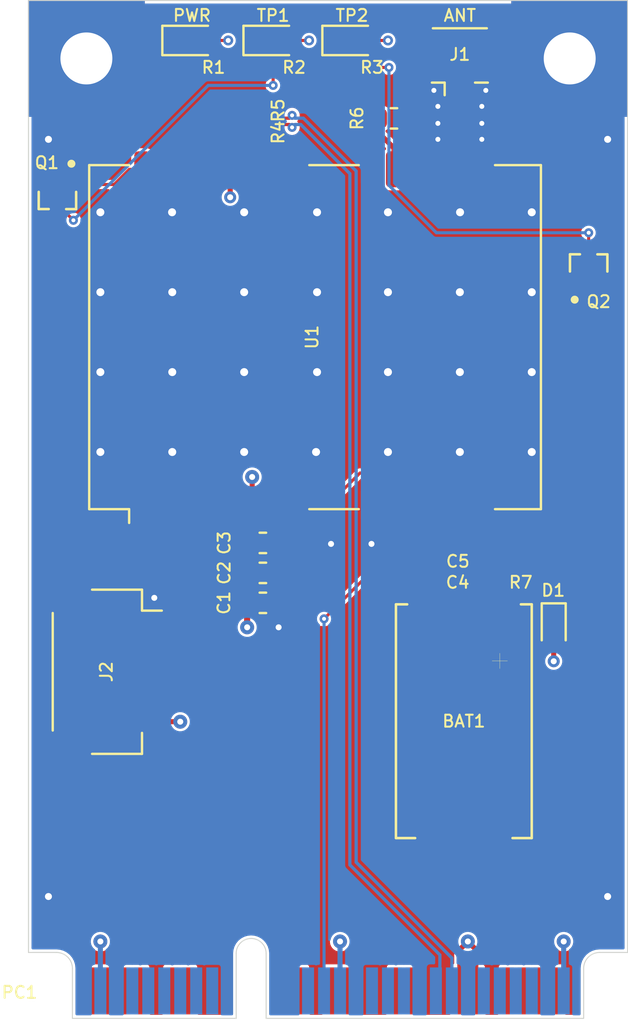
<source format=kicad_pcb>
(kicad_pcb (version 20171130) (host pcbnew "(5.1.9)-1")
  (title_block (rev 1))
  (layers (0 Front signal) (1 In1.Cu signal) (2 In2.Cu signal) (31 Back signal) (34 B.Paste user hide) (35 F.Paste user) (36 B.SilkS user) (37 F.SilkS user) (38 B.Mask user) (39 F.Mask user) (44 Edge.Cuts user))
  (net 0 "")
  (net 1 /V_BCKP)
  (net 2 GND)
  (net 3 +3.3V)
  (net 4 "Net-(D1-Pad1)")
  (net 5 /GNSS_ANT)
  (net 6 /TP1)
  (net 7 /TXD)
  (net 8 /RXD)
  (net 9 /TP2)
  (net 10 "Net-(LED1-Pad1)")
  (net 11 "Net-(LED2-Pad1)")
  (net 12 "Net-(LED3-Pad1)")
  (net 13 /~LED_WLAN)
  (net 14 /~LED_WWAN)
  (net 15 /USB_D+)
  (net 16 /USB_D-)
  (net 17 /~RESET)
  (net 18 /GPS_D-)
  (net 19 /GPS_D+)
  (net 20 /V_ANT)
  (net 21 /VCC_RF)
  (module mPCIe-GNSS:JST_SH_SM06B-SRSS-TB_1x06-1MP_P1.00mm_Horizontal_3D (layer Front) (at 128.9 108.6 270)
    (fp_text reference J2 (at 0 0 270) (layer F.SilkS) (effects (font (size 0.6 0.6) (thickness 0.1))))
    (fp_text value IO)
    (fp_line (start -2.94 2.685) (end 2.94 2.685) (layer F.SilkS) (width 0.12))
    (fp_line (start 4.11 -1.785) (end 3.06 -1.785) (layer F.SilkS) (width 0.12))
    (fp_line (start 4.11 0.715) (end 4.11 -1.785) (layer F.SilkS) (width 0.12))
    (fp_line (start -3.06 -1.785) (end -3.06 -2.775) (layer F.SilkS) (width 0.12))
    (fp_line (start -4.11 -1.785) (end -3.06 -1.785) (layer F.SilkS) (width 0.12))
    (fp_line (start -4.11 0.715) (end -4.11 -1.785) (layer F.SilkS) (width 0.12))
    (pad 1 smd roundrect (at -2.5 -2 270) (size 0.6 1.55) (layers Front F.Paste F.Mask) (net 2 GND))
    (pad 2 smd roundrect (at -1.5 -2 270) (size 0.6 1.55) (layers Front F.Paste F.Mask) (net 6 /TP1))
    (pad 3 smd roundrect (at -0.5 -2 270) (size 0.6 1.55) (layers Front F.Paste F.Mask) (net 7 /TXD))
    (pad 4 smd roundrect (at 0.5 -2 270) (size 0.6 1.55) (layers Front F.Paste F.Mask) (net 8 /RXD))
    (pad 5 smd roundrect (at 1.5 -2 270) (size 0.6 1.55) (layers Front F.Paste F.Mask) (net 9 /TP2))
    (pad 6 smd roundrect (at 2.5 -2 270) (size 0.6 1.55) (layers Front F.Paste F.Mask) (net 3 +3.3V))
    (pad MP smd roundrect (at -3.8 1.875 270) (size 1.2 1.8) (layers Front F.Paste F.Mask) (roundrect_rratio 0.208333))
    (pad MP smd roundrect (at 3.8 1.875 270) (size 1.2 1.8) (layers Front F.Paste F.Mask) (roundrect_rratio 0.208333))
  )
  (module Resistor_SMD:R_0603_1608Metric (layer Front) (at 143.3 80.9)
    (fp_text reference R6 (at -1.85 0 90) (layer F.SilkS) (effects (font (size 0.6 0.6) (thickness 0.1))))
    (fp_text value 10R)
    (fp_line (start -0.162779 0.51) (end 0.162779 0.51) (layer F.SilkS) (width 0.12))
    (fp_line (start -0.162779 -0.51) (end 0.162779 -0.51) (layer F.SilkS) (width 0.12))
    (pad 1 smd roundrect (at -0.7875 0) (size 0.875 0.95) (layers Front F.Paste F.Mask) (net 20 /V_ANT))
    (pad 2 smd roundrect (at 0.7875 0) (size 0.875 0.95) (layers Front F.Paste F.Mask) (net 21 /VCC_RF))
  )
  (module "mini-PCIe Cards:mini-PCIe_F1_Full_v517" (layer Front) (at 136.15 125.95)
    (fp_text reference PC1 (at -11.6 -1.3) (layer F.SilkS) (effects (font (size 0.6 0.6) (thickness 0.1))))
    (fp_text value miniPCIe)
    (fp_line (start 0.75 0) (end 0.75 -3.25) (layer Edge.Cuts) (width 0.05))
    (fp_line (start -8.95 0) (end -8.95 -2.5) (layer Edge.Cuts) (width 0.05))
    (fp_line (start -11.15 -3.3) (end -9.75 -3.3) (layer Edge.Cuts) (width 0.05))
    (fp_line (start 16.65 0) (end 16.65 -2.5) (layer Edge.Cuts) (width 0.05))
    (fp_line (start 17.45 -3.3) (end 18.85 -3.3) (layer Edge.Cuts) (width 0.05))
    (fp_line (start -0.75 0) (end -8.95 0) (layer Edge.Cuts) (width 0.05))
    (fp_line (start -11.15 -50.95) (end 18.85 -50.95) (layer Edge.Cuts) (width 0.05))
    (fp_line (start 18.85 -3.3) (end 18.85 -50.95) (layer Edge.Cuts) (width 0.05))
    (fp_line (start -11.15 -3.3) (end -11.15 -50.95) (layer Edge.Cuts) (width 0.05))
    (fp_line (start 0.75 0) (end 16.65 0) (layer Edge.Cuts) (width 0.05))
    (fp_line (start -0.75 0) (end -0.75 -3.25) (layer Edge.Cuts) (width 0.05))
    (fp_arc (start 17.45 -2.5) (end 16.65 -2.5) (angle 90) (layer Edge.Cuts) (width 0.05))
    (fp_arc (start -9.75 -2.5) (end -8.95 -2.5) (angle -90) (layer Edge.Cuts) (width 0.05))
    (fp_arc (start 0 -3.25) (end 0.75 -3.25) (angle -180) (layer Edge.Cuts) (width 0.05))
    (pad 55 thru_hole custom (at 15.95 -48.05) (size 2.6 2.6) (drill 2.6) (layers *.Cu *.Mask) (net 2 GND) (options (clearance outline) (anchor circle)) (primitives (gr_poly (pts (xy 2.9 2.9) (xy -2.9 2.9) (xy -2.9 -2.9) (xy 2.9 -2.9)) (width 0.05)) (gr_poly (pts (xy 2.9 2.9) (xy -2.9 2.9) (xy -2.9 -2.9) (xy 2.9 -2.9)) (width 0.05)) (gr_poly (pts (xy 2.9 2.9) (xy -2.9 2.9) (xy -2.9 -2.9) (xy 2.9 -2.9)) (width 0.05)) (gr_poly (pts (xy 2.9 2.9) (xy -2.9 2.9) (xy -2.9 -2.9) (xy 2.9 -2.9)) (width 0.05))))
    (pad 54 thru_hole custom (at -8.25 -48.05) (size 2.6 2.6) (drill 2.6) (layers *.Cu *.Mask) (net 2 GND) (options (clearance outline) (anchor circle)) (primitives (gr_poly (pts (xy 2.9 2.9) (xy -2.9 2.9) (xy -2.9 -2.9) (xy 2.9 -2.9)) (width 0.05)) (gr_poly (pts (xy 2.9 2.9) (xy -2.9 2.9) (xy -2.9 -2.9) (xy 2.9 -2.9)) (width 0.05)) (gr_poly (pts (xy 2.9 2.9) (xy -2.9 2.9) (xy -2.9 -2.9) (xy 2.9 -2.9)) (width 0.05)) (gr_poly (pts (xy 2.9 2.9) (xy -2.9 2.9) (xy -2.9 -2.9) (xy 2.9 -2.9)) (width 0.05))))
    (pad 2 smd rect (at -7.55 -1.375) (size 0.6 2.35) (layers Back B.Mask) (net 3 +3.3V))
    (pad 4 smd rect (at -6.75 -1.375) (size 0.6 2.35) (layers Back B.Mask) (net 2 GND))
    (pad 6 smd rect (at -5.95 -1.375) (size 0.6 2.35) (layers Back B.Mask))
    (pad 8 smd rect (at -5.15 -1.375) (size 0.6 2.35) (layers Back B.Mask))
    (pad 10 smd rect (at -4.35 -1.375) (size 0.6 2.35) (layers Back B.Mask))
    (pad 12 smd rect (at -3.55 -1.375) (size 0.6 2.35) (layers Back B.Mask))
    (pad 14 smd rect (at -2.75 -1.375) (size 0.6 2.35) (layers Back B.Mask))
    (pad 16 smd rect (at -1.95 -1.375) (size 0.6 2.35) (layers Back B.Mask))
    (pad 52 smd rect (at 15.65 -1.375) (size 0.6 2.35) (layers Back B.Mask) (net 3 +3.3V))
    (pad 50 smd rect (at 14.85 -1.375) (size 0.6 2.35) (layers Back B.Mask) (net 2 GND))
    (pad 48 smd rect (at 14.05 -1.375) (size 0.6 2.35) (layers Back B.Mask))
    (pad 46 smd rect (at 13.25 -1.375) (size 0.6 2.35) (layers Back B.Mask))
    (pad 44 smd rect (at 12.45 -1.375) (size 0.6 2.35) (layers Back B.Mask))
    (pad 42 smd rect (at 11.65 -1.375) (size 0.6 2.35) (layers Back B.Mask))
    (pad 40 smd rect (at 10.85 -1.375) (size 0.6 2.35) (layers Back B.Mask) (net 2 GND))
    (pad 38 smd rect (at 10.05 -1.375) (size 0.6 2.35) (layers Back B.Mask) (net 15 /USB_D+))
    (pad 36 smd rect (at 9.25 -1.375) (size 0.6 2.35) (layers Back B.Mask) (net 16 /USB_D-))
    (pad 34 smd rect (at 8.45 -1.375) (size 0.6 2.35) (layers Back B.Mask) (net 2 GND))
    (pad 32 smd rect (at 7.65 -1.375) (size 0.6 2.35) (layers Back B.Mask))
    (pad 30 smd rect (at 6.85 -1.375) (size 0.6 2.35) (layers Back B.Mask))
    (pad 28 smd rect (at 6.05 -1.375) (size 0.6 2.35) (layers Back B.Mask))
    (pad 26 smd rect (at 5.25 -1.375) (size 0.6 2.35) (layers Back B.Mask) (net 2 GND))
    (pad 24 smd rect (at 4.45 -1.375) (size 0.6 2.35) (layers Back B.Mask) (net 3 +3.3V))
    (pad 22 smd rect (at 3.65 -1.375) (size 0.6 2.35) (layers Back B.Mask) (net 17 /~RESET))
    (pad 20 smd rect (at 2.85 -1.375) (size 0.6 2.35) (layers Back B.Mask))
    (pad 18 smd rect (at 2.05 -1.375) (size 0.6 2.35) (layers Back B.Mask) (net 2 GND))
    (pad 17 smd rect (at 1.65 -1.375) (size 0.6 2.35) (layers Front F.Mask))
    (pad 1 smd rect (at -7.95 -1.375) (size 0.6 2.35) (layers Front F.Mask))
    (pad 3 smd rect (at -7.15 -1.375) (size 0.6 2.35) (layers Front F.Mask))
    (pad 5 smd rect (at -6.35 -1.375) (size 0.6 2.35) (layers Front F.Mask))
    (pad 7 smd rect (at -5.55 -1.375) (size 0.6 2.35) (layers Front F.Mask))
    (pad 9 smd rect (at -4.75 -1.375) (size 0.6 2.35) (layers Front F.Mask) (net 2 GND))
    (pad 11 smd rect (at -3.95 -1.375) (size 0.6 2.35) (layers Front F.Mask))
    (pad 13 smd rect (at -3.15 -1.375) (size 0.6 2.35) (layers Front F.Mask))
    (pad 51 smd rect (at 15.25 -1.375) (size 0.6 2.35) (layers Front F.Mask))
    (pad 49 smd rect (at 14.45 -1.375) (size 0.6 2.35) (layers Front F.Mask))
    (pad 47 smd rect (at 13.65 -1.375) (size 0.6 2.35) (layers Front F.Mask))
    (pad 45 smd rect (at 12.85 -1.375) (size 0.6 2.35) (layers Front F.Mask))
    (pad 43 smd rect (at 12.05 -1.375) (size 0.6 2.35) (layers Front F.Mask) (net 2 GND))
    (pad 41 smd rect (at 11.25 -1.375) (size 0.6 2.35) (layers Front F.Mask) (net 3 +3.3V))
    (pad 39 smd rect (at 10.45 -1.375) (size 0.6 2.35) (layers Front F.Mask) (net 3 +3.3V))
    (pad 37 smd rect (at 9.65 -1.375) (size 0.6 2.35) (layers Front F.Mask) (net 2 GND))
    (pad 35 smd rect (at 8.85 -1.375) (size 0.6 2.35) (layers Front F.Mask) (net 2 GND))
    (pad 33 smd rect (at 8.05 -1.375) (size 0.6 2.35) (layers Front F.Mask))
    (pad 31 smd rect (at 7.25 -1.375) (size 0.6 2.35) (layers Front F.Mask))
    (pad 29 smd rect (at 6.45 -1.375) (size 0.6 2.35) (layers Front F.Mask) (net 2 GND))
    (pad 27 smd rect (at 5.65 -1.375) (size 0.6 2.35) (layers Front F.Mask) (net 2 GND))
    (pad 25 smd rect (at 4.85 -1.375) (size 0.6 2.35) (layers Front F.Mask))
    (pad 23 smd rect (at 4.05 -1.375) (size 0.6 2.35) (layers Front F.Mask))
    (pad 21 smd rect (at 3.25 -1.375) (size 0.6 2.35) (layers Front F.Mask) (net 2 GND))
    (pad 19 smd rect (at 2.45 -1.375) (size 0.6 2.35) (layers Front F.Mask))
    (pad 15 smd rect (at -2.35 -1.375) (size 0.6 2.35) (layers Front F.Mask) (net 2 GND))
  )
  (module Capacitor_SMD:C_0603_1608Metric (layer Front) (at 136.7375 102.15)
    (fp_text reference C3 (at -1.9375 0 90) (layer F.SilkS) (effects (font (size 0.6 0.6) (thickness 0.1))))
    (fp_text value 100nF)
    (fp_line (start -0.162779 0.51) (end 0.162779 0.51) (layer F.SilkS) (width 0.12))
    (fp_line (start -0.162779 -0.51) (end 0.162779 -0.51) (layer F.SilkS) (width 0.12))
    (pad 1 smd roundrect (at -0.7875 0) (size 0.875 0.95) (layers Front F.Paste F.Mask) (net 3 +3.3V))
    (pad 2 smd roundrect (at 0.7875 0) (size 0.875 0.95) (layers Front F.Paste F.Mask) (net 2 GND))
  )
  (module mPCIe-GNSS:ublox_LEA (layer Front) (at 139.2 91.85 90)
    (fp_text reference U1 (at 0 0 90) (layer F.SilkS) (effects (font (size 0.6 0.6) (thickness 0.1))))
    (fp_text value LEA-M8T)
    (fp_line (start -9.3 -9.16) (end -8.61 -9.16) (layer F.SilkS) (width 0.12))
    (fp_line (start -8.61 -11.16) (end -8.61 -9.16) (layer F.SilkS) (width 0.12))
    (fp_line (start -8.61 -0.14) (end -8.61 2.34) (layer F.SilkS) (width 0.12))
    (fp_line (start 8.61 9.16) (end 8.61 11.46) (layer F.SilkS) (width 0.12))
    (fp_line (start -8.61 11.46) (end 8.61 11.46) (layer F.SilkS) (width 0.12))
    (fp_line (start -8.61 9.16) (end -8.61 11.46) (layer F.SilkS) (width 0.12))
    (fp_line (start 8.61 -0.14) (end 8.61 2.34) (layer F.SilkS) (width 0.12))
    (fp_line (start -8.61 -11.16) (end 8.61 -11.16) (layer F.SilkS) (width 0.12))
    (fp_line (start 8.61 -11.16) (end 8.61 -9.16) (layer F.SilkS) (width 0.12))
    (pad 1 smd roundrect (at -8.4 -8.5 90) (size 1.8 0.8) (layers Front F.Paste F.Mask))
    (pad 2 smd roundrect (at -8.4 -7.4 90) (size 1.8 0.8) (layers Front F.Paste F.Mask))
    (pad 3 smd roundrect (at -8.4 -6.3 90) (size 1.8 0.8) (layers Front F.Paste F.Mask) (net 7 /TXD))
    (pad 4 smd roundrect (at -8.4 -5.2 90) (size 1.8 0.8) (layers Front F.Paste F.Mask) (net 8 /RXD))
    (pad 5 smd roundrect (at -8.4 -4.1 90) (size 1.8 0.8) (layers Front F.Paste F.Mask))
    (pad 6 smd roundrect (at -8.4 -3 90) (size 1.8 0.8) (layers Front F.Paste F.Mask) (net 3 +3.3V))
    (pad 7 smd roundrect (at -8.4 -1.9 90) (size 1.8 0.8) (layers Front F.Paste F.Mask) (net 2 GND))
    (pad 8 smd roundrect (at -8.4 -0.8 90) (size 1.8 0.8) (layers Front F.Paste F.Mask))
    (pad 9 smd roundrect (at -8.4 3 90) (size 1.8 0.8) (layers Front F.Paste F.Mask))
    (pad 10 smd roundrect (at -8.4 4.1 90) (size 1.8 0.8) (layers Front F.Paste F.Mask) (net 17 /~RESET))
    (pad 11 smd roundrect (at -8.4 5.2 90) (size 1.8 0.8) (layers Front F.Paste F.Mask) (net 1 /V_BCKP))
    (pad 12 smd roundrect (at -8.4 6.3 90) (size 1.8 0.8) (layers Front F.Paste F.Mask) (net 9 /TP2))
    (pad 13 smd roundrect (at -8.4 7.4 90) (size 1.8 0.8) (layers Front F.Paste F.Mask) (net 2 GND))
    (pad 14 smd roundrect (at -8.4 8.5 90) (size 1.8 0.8) (layers Front F.Paste F.Mask) (net 2 GND))
    (pad 15 smd roundrect (at 8.4 8.5 90) (size 1.8 0.8) (layers Front F.Paste F.Mask) (net 2 GND))
    (pad 16 smd roundrect (at 8.4 7.4 90) (size 1.8 0.8) (layers Front F.Paste F.Mask) (net 5 /GNSS_ANT))
    (pad 17 smd roundrect (at 8.4 6.3 90) (size 1.8 0.8) (layers Front F.Paste F.Mask) (net 2 GND))
    (pad 18 smd roundrect (at 8.4 5.2 90) (size 1.8 0.8) (layers Front F.Paste F.Mask) (net 21 /VCC_RF))
    (pad 19 smd roundrect (at 8.4 4.1 90) (size 1.8 0.8) (layers Front F.Paste F.Mask) (net 20 /V_ANT))
    (pad 20 smd roundrect (at 8.4 3 90) (size 1.8 0.8) (layers Front F.Paste F.Mask))
    (pad 21 smd roundrect (at 8.4 -0.8 90) (size 1.8 0.8) (layers Front F.Paste F.Mask))
    (pad 22 smd roundrect (at 8.4 -1.9 90) (size 1.8 0.8) (layers Front F.Paste F.Mask))
    (pad 23 smd roundrect (at 8.4 -3 90) (size 1.8 0.8) (layers Front F.Paste F.Mask))
    (pad 24 smd roundrect (at 8.4 -4.1 90) (size 1.8 0.8) (layers Front F.Paste F.Mask) (net 3 +3.3V))
    (pad 25 smd roundrect (at 8.4 -5.2 90) (size 1.8 0.8) (layers Front F.Paste F.Mask) (net 18 /GPS_D-))
    (pad 26 smd roundrect (at 8.4 -6.3 90) (size 1.8 0.8) (layers Front F.Paste F.Mask) (net 19 /GPS_D+))
    (pad 27 smd roundrect (at 8.4 -7.4 90) (size 1.8 0.8) (layers Front F.Paste F.Mask))
    (pad 28 smd roundrect (at 8.4 -8.5 90) (size 1.8 0.8) (layers Front F.Paste F.Mask) (net 6 /TP1))
  )
  (module Resistor_SMD:R_0402_1005Metric (layer Front) (at 148.1 104.125 180)
    (fp_text reference R7 (at -1.55 0) (layer F.SilkS) (effects (font (size 0.6 0.6) (thickness 0.1))))
    (fp_text value 1K)
    (pad 1 smd roundrect (at -0.485 0 180) (size 0.59 0.64) (layers Front F.Paste F.Mask) (net 4 "Net-(D1-Pad1)"))
    (pad 2 smd roundrect (at 0.485 0 180) (size 0.59 0.64) (layers Front F.Paste F.Mask) (net 1 /V_BCKP))
  )
  (module mPCIe-GNSS:Q_EMT3F (layer Front) (at 126.45 84.87 270)
    (fp_text reference Q1 (at -1.75 0.53) (layer F.SilkS) (effects (font (size 0.6 0.6) (thickness 0.1))))
    (fp_text value DTC143ZEBTL)
    (fp_circle (center -1.7 -0.7) (end -1.6 -0.7) (layer F.SilkS) (width 0.2))
    (fp_line (start 0.569754 0.936931) (end -0.290246 0.936931) (layer F.SilkS) (width 0.127))
    (fp_line (start 0.569754 0.436931) (end 0.569754 0.936931) (layer F.SilkS) (width 0.127))
    (fp_line (start 0.571441 -0.936274) (end -0.288559 -0.936274) (layer F.SilkS) (width 0.127))
    (fp_line (start 0.571441 -0.436274) (end 0.571441 -0.936274) (layer F.SilkS) (width 0.127))
    (pad 1 smd rect (at -0.66 -0.5 270) (size 0.81 0.35) (layers Front F.Paste F.Mask) (net 6 /TP1))
    (pad 2 smd rect (at -0.66 0.5 270) (size 0.81 0.35) (layers Front F.Paste F.Mask) (net 2 GND))
    (pad 3 smd rect (at 0.66 0 270) (size 0.81 0.35) (layers Front F.Paste F.Mask) (net 14 /~LED_WWAN))
  )
  (module Capacitor_SMD:C_0603_1608Metric (layer Front) (at 136.7375 105.15 180)
    (fp_text reference C1 (at 1.95 0 90) (layer F.SilkS) (effects (font (size 0.6 0.6) (thickness 0.1))))
    (fp_text value 10uF)
    (fp_line (start -0.162779 -0.51) (end 0.162779 -0.51) (layer F.SilkS) (width 0.12))
    (fp_line (start -0.162779 0.51) (end 0.162779 0.51) (layer F.SilkS) (width 0.12))
    (pad 1 smd roundrect (at -0.7875 0 180) (size 0.875 0.95) (layers Front F.Paste F.Mask) (net 2 GND))
    (pad 2 smd roundrect (at 0.7875 0 180) (size 0.875 0.95) (layers Front F.Paste F.Mask) (net 3 +3.3V))
  )
  (module Resistor_SMD:R_0402_1005Metric (layer Front) (at 140.65 78.35)
    (fp_text reference R3 (at 1.55 0) (layer F.SilkS) (effects (font (size 0.6 0.6) (thickness 0.1))))
    (fp_text value 220R)
    (pad 1 smd roundrect (at -0.485 0) (size 0.59 0.64) (layers Front F.Paste F.Mask) (net 12 "Net-(LED3-Pad1)"))
    (pad 2 smd roundrect (at 0.485 0) (size 0.59 0.64) (layers Front F.Paste F.Mask) (net 13 /~LED_WLAN))
  )
  (module mPCIe-GNSS:Q_EMT3F (layer Front) (at 153.05 88.275 90)
    (fp_text reference Q2 (at -1.8 0.5) (layer F.SilkS) (effects (font (size 0.6 0.6) (thickness 0.1))))
    (fp_text value DTC143ZEBTL)
    (fp_circle (center -1.7 -0.7) (end -1.6 -0.7) (layer F.SilkS) (width 0.2))
    (fp_line (start 0.569754 0.936931) (end -0.290246 0.936931) (layer F.SilkS) (width 0.127))
    (fp_line (start 0.569754 0.436931) (end 0.569754 0.936931) (layer F.SilkS) (width 0.127))
    (fp_line (start 0.571441 -0.936274) (end -0.288559 -0.936274) (layer F.SilkS) (width 0.127))
    (fp_line (start 0.571441 -0.436274) (end 0.571441 -0.936274) (layer F.SilkS) (width 0.127))
    (pad 1 smd rect (at -0.66 -0.5 90) (size 0.81 0.35) (layers Front F.Paste F.Mask) (net 9 /TP2))
    (pad 2 smd rect (at -0.66 0.5 90) (size 0.81 0.35) (layers Front F.Paste F.Mask) (net 2 GND))
    (pad 3 smd rect (at 0.66 0 90) (size 0.81 0.35) (layers Front F.Paste F.Mask) (net 13 /~LED_WLAN))
  )
  (module mPCIe-GNSS:LED_0603_1608Metric_SnapModel (layer Front) (at 137.25 77)
    (fp_text reference LED2 hide)
    (fp_text value TP1 (at 0 -1.25) (layer F.SilkS) (effects (font (size 0.6 0.6) (thickness 0.1))))
    (fp_line (start 0.8 -0.735) (end -1.485 -0.735) (layer F.SilkS) (width 0.12))
    (fp_line (start -1.485 -0.735) (end -1.485 0.735) (layer F.SilkS) (width 0.12))
    (fp_line (start -1.485 0.735) (end 0.8 0.735) (layer F.SilkS) (width 0.12))
    (pad 2 smd roundrect (at 0.7875 0) (size 0.875 0.95) (layers Front F.Paste F.Mask) (net 3 +3.3V))
    (pad 1 smd roundrect (at -0.7875 0) (size 0.875 0.95) (layers Front F.Paste F.Mask) (net 11 "Net-(LED2-Pad1)"))
  )
  (module Resistor_SMD:R_0402_1005Metric (layer Front) (at 136.75 78.35)
    (fp_text reference R2 (at 1.55 0) (layer F.SilkS) (effects (font (size 0.6 0.6) (thickness 0.1))))
    (fp_text value 220R)
    (pad 1 smd roundrect (at -0.485 0) (size 0.59 0.64) (layers Front F.Paste F.Mask) (net 11 "Net-(LED2-Pad1)"))
    (pad 2 smd roundrect (at 0.485 0) (size 0.59 0.64) (layers Front F.Paste F.Mask) (net 14 /~LED_WWAN))
  )
  (module Capacitor_SMD:C_0402_1005Metric (layer Front) (at 144.885 103.075)
    (fp_text reference C5 (at 1.615 0 180) (layer F.SilkS) (effects (font (size 0.6 0.6) (thickness 0.1))))
    (fp_text value 100nF)
    (pad 1 smd roundrect (at -0.485 0) (size 0.59 0.64) (layers Front F.Paste F.Mask) (net 1 /V_BCKP))
    (pad 2 smd roundrect (at 0.485 0) (size 0.59 0.64) (layers Front F.Paste F.Mask) (net 2 GND))
  )
  (module mPCIe-GNSS:CAP_DSK-3R3H224U-HL (layer Front) (at 146.8 111.075)
    (fp_text reference BAT1 (at 0 0) (layer F.SilkS) (effects (font (size 0.6 0.6) (thickness 0.1))))
    (fp_text value DSK-3R3H224U)
    (fp_line (start -2.837 -5.85) (end -3.4 -5.85) (layer F.SilkS) (width 0.127))
    (fp_line (start -3.4 -5.85) (end -3.4 5.85) (layer F.SilkS) (width 0.127))
    (fp_line (start -3.4 5.85) (end -2.438 5.85) (layer F.SilkS) (width 0.127))
    (fp_line (start 2.438 5.85) (end 3.4 5.85) (layer F.SilkS) (width 0.127))
    (fp_line (start 3.4 5.85) (end 3.4 -5.85) (layer F.SilkS) (width 0.127))
    (fp_line (start 3.4 -5.85) (end 2.857 -5.85) (layer F.SilkS) (width 0.127))
    (fp_text user + (at 1.8 -3.1) (layer F.SilkS) (effects (font (size 1.004496 1.004496) (thickness 0.015))))
    (pad 1 smd rect (at 0 -5.075) (size 5 2) (layers Front F.Paste F.Mask) (net 1 /V_BCKP))
    (pad 2 smd rect (at 0 5.075) (size 4 1.7) (layers Front F.Paste F.Mask) (net 2 GND))
  )
  (module Resistor_SMD:R_0402_1005Metric (layer Front) (at 132.7 78.35)
    (fp_text reference R1 (at 1.565 0) (layer F.SilkS) (effects (font (size 0.6 0.6) (thickness 0.1))))
    (fp_text value 51R)
    (pad 1 smd roundrect (at -0.485 0) (size 0.59 0.64) (layers Front F.Paste F.Mask) (net 10 "Net-(LED1-Pad1)"))
    (pad 2 smd roundrect (at 0.485 0) (size 0.59 0.64) (layers Front F.Paste F.Mask) (net 2 GND))
  )
  (module Resistor_SMD:R_0402_1005Metric (layer Front) (at 136.15 80.5 180)
    (fp_text reference R5 (at -1.35 0 270) (layer F.SilkS) (effects (font (size 0.6 0.6) (thickness 0.1))))
    (fp_text value 33R)
    (pad 1 smd roundrect (at -0.485 0 180) (size 0.59 0.64) (layers Front F.Paste F.Mask) (net 15 /USB_D+))
    (pad 2 smd roundrect (at 0.485 0 180) (size 0.59 0.64) (layers Front F.Paste F.Mask) (net 19 /GPS_D+))
  )
  (module mPCIe-GNSS:LED_0603_1608Metric_SnapModel (layer Front) (at 133.1875 77)
    (fp_text reference LED1 hide)
    (fp_text value PWR (at 0 -1.25) (layer F.SilkS) (effects (font (size 0.6 0.6) (thickness 0.1))))
    (fp_line (start 0.8 -0.735) (end -1.485 -0.735) (layer F.SilkS) (width 0.12))
    (fp_line (start -1.485 -0.735) (end -1.485 0.735) (layer F.SilkS) (width 0.12))
    (fp_line (start -1.485 0.735) (end 0.8 0.735) (layer F.SilkS) (width 0.12))
    (pad 2 smd roundrect (at 0.7875 0) (size 0.875 0.95) (layers Front F.Paste F.Mask) (net 3 +3.3V))
    (pad 1 smd roundrect (at -0.7875 0) (size 0.875 0.95) (layers Front F.Paste F.Mask) (net 10 "Net-(LED1-Pad1)"))
  )
  (module Capacitor_SMD:C_0402_1005Metric (layer Front) (at 144.89 104.125)
    (fp_text reference C4 (at 1.6 0 180) (layer F.SilkS) (effects (font (size 0.6 0.6) (thickness 0.1))))
    (fp_text value 4.7uF)
    (pad 1 smd roundrect (at -0.485 0) (size 0.59 0.64) (layers Front F.Paste F.Mask) (net 1 /V_BCKP))
    (pad 2 smd roundrect (at 0.485 0) (size 0.59 0.64) (layers Front F.Paste F.Mask) (net 2 GND))
  )
  (module mPCIe-GNSS:U.FL_Hirose_U.FL-R-SMT-1_Vertical_Tweaked (layer Front) (at 146.6 77.75 90)
    (fp_text reference J1 (at 0.05 0 unlocked) (layer F.SilkS) (effects (font (size 0.6 0.6) (thickness 0.1))))
    (fp_text value ANT (at 2 0 180) (layer F.SilkS) (effects (font (size 0.6 0.6) (thickness 0.1))))
    (fp_line (start 1.36 -1.35) (end 1.36 1.35) (layer F.SilkS) (width 0.12))
    (fp_line (start -1.36 -0.76) (end -1.99 -0.76) (layer F.SilkS) (width 0.12))
    (fp_line (start -1.36 1.4) (end -1.36 0.76) (layer F.SilkS) (width 0.12))
    (fp_line (start -1.36 -1.4) (end -1.36 -0.76) (layer F.SilkS) (width 0.12))
    (pad 2 smd rect (at 0 1.475 90) (size 2.2 1.05) (layers Front F.Paste F.Mask) (net 2 GND))
    (pad 1 smd rect (at -1.525 0 90) (size 1.05 1) (layers Front F.Paste F.Mask) (net 5 /GNSS_ANT))
    (pad 2 smd rect (at 0 -1.475 90) (size 2.2 1.05) (layers Front F.Paste F.Mask) (net 2 GND))
  )
  (module mPCIe-GNSS:LED_0603_1608Metric_SnapModel (layer Front) (at 141.2 77)
    (fp_text reference LED3)
    (fp_text value TP2 (at 0 -1.25) (layer F.SilkS) (effects (font (size 0.6 0.6) (thickness 0.1))))
    (fp_line (start 0.8 -0.735) (end -1.485 -0.735) (layer F.SilkS) (width 0.12))
    (fp_line (start -1.485 -0.735) (end -1.485 0.735) (layer F.SilkS) (width 0.12))
    (fp_line (start -1.485 0.735) (end 0.8 0.735) (layer F.SilkS) (width 0.12))
    (pad 2 smd roundrect (at 0.7875 0) (size 0.875 0.95) (layers Front F.Paste F.Mask) (net 3 +3.3V))
    (pad 1 smd roundrect (at -0.7875 0) (size 0.875 0.95) (layers Front F.Paste F.Mask) (net 12 "Net-(LED3-Pad1)"))
  )
  (module Resistor_SMD:R_0402_1005Metric (layer Front) (at 136.15 81.6)
    (fp_text reference R4 (at 1.35 0 270) (layer F.SilkS) (effects (font (size 0.6 0.6) (thickness 0.1))))
    (fp_text value 33R)
    (pad 1 smd roundrect (at -0.485 0) (size 0.59 0.64) (layers Front F.Paste F.Mask) (net 18 /GPS_D-))
    (pad 2 smd roundrect (at 0.485 0) (size 0.59 0.64) (layers Front F.Paste F.Mask) (net 16 /USB_D-))
  )
  (module Diode_SMD:D_SOD-523 (layer Front) (at 151.3 106.325 270)
    (fp_text reference D1 (at -1.8 0.025) (layer F.SilkS) (effects (font (size 0.6 0.6) (thickness 0.1))))
    (fp_text value RB520S30T1G)
    (fp_line (start -1.15 -0.6) (end -1.15 0.6) (layer F.SilkS) (width 0.12))
    (fp_line (start 0.7 -0.6) (end -1.15 -0.6) (layer F.SilkS) (width 0.12))
    (fp_line (start 0.7 0.6) (end -1.15 0.6) (layer F.SilkS) (width 0.12))
    (pad 2 smd rect (at 0.7 0 90) (size 0.6 0.7) (layers Front F.Paste F.Mask) (net 3 +3.3V))
    (pad 1 smd rect (at -0.7 0 90) (size 0.6 0.7) (layers Front F.Paste F.Mask) (net 4 "Net-(D1-Pad1)"))
  )
  (module Capacitor_SMD:C_0603_1608Metric (layer Front) (at 136.7375 103.65 180)
    (fp_text reference C2 (at 1.9375 0 90) (layer F.SilkS) (effects (font (size 0.6 0.6) (thickness 0.1))))
    (fp_text value 10uF)
    (fp_line (start -0.162779 0.51) (end 0.162779 0.51) (layer F.SilkS) (width 0.12))
    (fp_line (start -0.162779 -0.51) (end 0.162779 -0.51) (layer F.SilkS) (width 0.12))
    (pad 1 smd roundrect (at -0.7875 0 180) (size 0.875 0.95) (layers Front F.Paste F.Mask) (net 2 GND))
    (pad 2 smd roundrect (at 0.7875 0 180) (size 0.875 0.95) (layers Front F.Paste F.Mask) (net 3 +3.3V))
  )
  (segment (start 144.4 103.12) (end 144.405 103.125) (width 0.15427) (layer Front) (net 1))
  (segment (start 144.405 104.78) (end 144.405 104.15) (width 0.15427) (layer Front) (net 1))
  (segment (start 148.065 105.185) (end 147.25 106) (width 0.15427) (layer Front) (net 1))
  (segment (start 147.615 104.125) (end 147.615 105.185) (width 0.15427) (layer Front) (net 1))
  (segment (start 145.625 106) (end 144.405 104.78) (width 0.15427) (layer Front) (net 1))
  (segment (start 146.8 106) (end 145.625 106) (width 0.15427) (layer Front) (net 1))
  (segment (start 144.4 100.25) (end 144.4 104.145) (width 0.15427) (layer Front) (net 1))
  (via (at 131.3 104.9) (size 0.6) (drill 0.3) (layers Front Back) (net 2))
  (via (at 145.5 81.15) (size 0.6) (drill 0.25) (layers Front Back) (net 2))
  (via (at 132.2 97.6) (size 0.8) (drill 0.4) (layers Front Back) (net 2))
  (via (at 128.6 97.6) (size 0.8) (drill 0.4) (layers Front Back) (net 2))
  (via (at 135.8 85.6) (size 0.8) (drill 0.4) (layers Front Back) (net 2))
  (via (at 145.5 80.3) (size 0.6) (drill 0.25) (layers Front Back) (net 2))
  (via (at 147.7 80.3) (size 0.6) (drill 0.25) (layers Front Back) (net 2))
  (via (at 132.19 85.6) (size 0.8) (drill 0.4) (layers Front Back) (net 2))
  (via (at 135.8 97.6) (size 0.8) (drill 0.4) (layers Front Back) (net 2))
  (via (at 135.8 93.6) (size 0.8) (drill 0.4) (layers Front Back) (net 2))
  (via (at 135.8 89.6) (size 0.8) (drill 0.4) (layers Front Back) (net 2))
  (via (at 128.6 85.6) (size 0.8) (drill 0.4) (layers Front Back) (net 2))
  (via (at 132.2 93.6) (size 0.8) (drill 0.4) (layers Front Back) (net 2))
  (via (at 132.2 89.6) (size 0.8) (drill 0.4) (layers Front Back) (net 2))
  (via (at 147.7 81.15) (size 0.6) (drill 0.25) (layers Front Back) (net 2))
  (via (at 128.6 89.6) (size 0.8) (drill 0.4) (layers Front Back) (net 2))
  (via (at 128.6 93.6) (size 0.8) (drill 0.4) (layers Front Back) (net 2))
  (via (at 150.2 89.6) (size 0.8) (drill 0.4) (layers Front Back) (net 2))
  (via (at 143 89.6) (size 0.8) (drill 0.4) (layers Front Back) (net 2))
  (via (at 126 119.85) (size 0.8) (drill 0.35) (layers Front Back) (net 2))
  (via (at 146.6 89.6) (size 0.8) (drill 0.4) (layers Front Back) (net 2))
  (via (at 146.6 97.6) (size 0.8) (drill 0.4) (layers Front Back) (net 2))
  (via (at 139.4 97.6) (size 0.8) (drill 0.4) (layers Front Back) (net 2))
  (via (at 150.2 93.6) (size 0.8) (drill 0.4) (layers Front Back) (net 2))
  (via (at 150.2 97.6) (size 0.8) (drill 0.4) (layers Front Back) (net 2))
  (via (at 146.6 93.6) (size 0.8) (drill 0.4) (layers Front Back) (net 2))
  (via (at 143 93.6) (size 0.8) (drill 0.4) (layers Front Back) (net 2))
  (via (at 146.61 85.6) (size 0.8) (drill 0.4) (layers Front Back) (net 2))
  (via (at 154 119.85) (size 0.8) (drill 0.35) (layers Front Back) (net 2))
  (via (at 143 85.6) (size 0.8) (drill 0.4) (layers Front Back) (net 2))
  (via (at 150.2 85.6) (size 0.8) (drill 0.4) (layers Front Back) (net 2))
  (via (at 147.9 79.5) (size 0.6) (drill 0.25) (layers Front Back) (net 2))
  (via (at 145.3 79.5) (size 0.6) (drill 0.25) (layers Front Back) (net 2))
  (via (at 147.7 81.95) (size 0.6) (drill 0.25) (layers Front Back) (net 2))
  (via (at 145.5 81.95) (size 0.6) (drill 0.25) (layers Front Back) (net 2))
  (via (at 143 97.6) (size 0.8) (drill 0.4) (layers Front Back) (net 2))
  (via (at 139.45 89.6) (size 0.8) (drill 0.4) (layers Front Back) (net 2))
  (via (at 139.45 93.6) (size 0.8) (drill 0.4) (layers Front Back) (net 2))
  (via (at 139.45 85.6) (size 0.8) (drill 0.4) (layers Front Back) (net 2))
  (via (at 154 81.95) (size 0.8) (drill 0.35) (layers Front Back) (net 2))
  (via (at 126 81.95) (size 0.8) (drill 0.35) (layers Front Back) (net 2))
  (segment (start 137.525 105.15) (end 137.525 102.15) (width 0.4) (layer Front) (net 2))
  (segment (start 137.525 102.15) (end 137.525 101.575) (width 0.4) (layer Front) (net 2))
  (segment (start 137.3 101.35) (end 137.3 100.25) (width 0.4) (layer Front) (net 2))
  (segment (start 137.525 101.575) (end 137.3 101.35) (width 0.4) (layer Front) (net 2))
  (via (at 137.525 106.375) (size 0.7) (drill 0.3) (layers Front Back) (net 2))
  (segment (start 137.525 105.15) (end 137.525 106.375) (width 0.4) (layer Front) (net 2))
  (via (at 142.175 102.2) (size 0.6) (drill 0.3) (layers Front Back) (net 2))
  (via (at 140.15 102.2) (size 0.6) (drill 0.3) (layers Front Back) (net 2))
  (via (at 147 122.1) (size 0.7) (drill 0.3) (layers Front Back) (net 3))
  (via (at 151.3 108.075) (size 0.6) (drill 0.3) (layers Front Back) (net 3))
  (via (at 140.6 122.1) (size 0.7) (drill 0.3) (layers Front Back) (net 3))
  (segment (start 135.95 102.15) (end 135.95 101.65) (width 0.3048) (layer Front) (net 3))
  (segment (start 135.95 101.65) (end 136.2 101.4) (width 0.3048) (layer Front) (net 3))
  (segment (start 135.95 102.15) (end 135.95 105.15) (width 0.3048) (layer Front) (net 3))
  (segment (start 136.2 101.4) (end 136.2 100.25) (width 0.3048) (layer Front) (net 3))
  (segment (start 130.55 111.15) (end 130.5 111.1) (width 0.3048) (layer Front) (net 3))
  (segment (start 135.95 105.462212) (end 135.95 105.15) (width 0.3048) (layer Front) (net 3))
  (segment (start 140.6 124.575) (end 140.6 123.55) (width 0.3048) (layer Back) (net 3))
  (via (at 128.6 122.1) (size 0.7) (drill 0.3) (layers Front Back) (net 3))
  (via (at 151.8 122.1) (size 0.7) (drill 0.3) (layers Front Back) (net 3))
  (via (at 135 77) (size 0.5) (drill 0.25) (layers Front Back) (net 3))
  (segment (start 133.925 77) (end 135 77) (width 0.15427) (layer Front) (net 3))
  (via (at 139.05 77) (size 0.5) (drill 0.25) (layers Front Back) (net 3))
  (segment (start 138.0375 77) (end 139.05 77) (width 0.15427) (layer Front) (net 3))
  (via (at 143 77) (size 0.5) (drill 0.25) (layers Front Back) (net 3))
  (segment (start 141.9875 77) (end 143 77) (width 0.15427) (layer Front) (net 3))
  (segment (start 128.6 122.1) (end 128.6 124.575) (width 0.254) (layer Back) (net 3))
  (segment (start 151.8 124.575) (end 151.8 122.1) (width 0.254) (layer Back) (net 3))
  (segment (start 140.6 124.575) (end 140.6 122.1) (width 0.254) (layer Back) (net 3))
  (segment (start 146.6 122.5) (end 147 122.1) (width 0.254) (layer Front) (net 3))
  (segment (start 146.6 124.575) (end 146.6 122.5) (width 0.254) (layer Front) (net 3))
  (segment (start 147.4 122.5) (end 147 122.1) (width 0.254) (layer Front) (net 3))
  (segment (start 147.4 124.575) (end 147.4 122.5) (width 0.254) (layer Front) (net 3))
  (via (at 132.6 111.1) (size 0.7) (drill 0.3) (layers Front Back) (net 3))
  (segment (start 130.9 111.1) (end 132.6 111.1) (width 0.254) (layer Front) (net 3))
  (via (at 135.1 84.85) (size 0.6) (drill 0.3) (layers Front Back) (net 3))
  (segment (start 135.1 83.45) (end 135.1 84.85) (width 0.254) (layer Front) (net 3))
  (via (at 136.2 98.85) (size 0.7) (drill 0.3) (layers Front Back) (net 3))
  (segment (start 136.2 98.85) (end 136.2 100.25) (width 0.254) (layer Front) (net 3))
  (segment (start 151.3 107.025) (end 151.3 108.075) (width 0.254) (layer Front) (net 3))
  (via (at 135.95 106.375) (size 0.7) (drill 0.3) (layers Front Back) (net 3))
  (segment (start 135.95 105.15) (end 135.95 106.35) (width 0.3048) (layer Front) (net 3))
  (segment (start 151.3 105.625) (end 151.3 104.775) (width 0.15427) (layer Front) (net 4))
  (segment (start 151.3 104.775) (end 150.65 104.125) (width 0.15427) (layer Front) (net 4))
  (segment (start 150.65 104.125) (end 148.585 104.125) (width 0.15427) (layer Front) (net 4))
  (segment (start 146.6 79.375) (end 146.6 83.45) (width 0.29337) (layer Front) (net 5))
  (segment (start 130.828601 83.578601) (end 130.7 83.45) (width 0.1524) (layer Front) (net 6))
  (segment (start 130.7 83.45) (end 130.05 83.45) (width 0.1524) (layer Front) (net 6))
  (segment (start 130.05 83.45) (end 129.3 84.2) (width 0.1524) (layer Front) (net 6))
  (segment (start 129.95 107.1) (end 129.3 106.45) (width 0.15427) (layer Front) (net 6))
  (segment (start 130.9 107.1) (end 129.95 107.1) (width 0.15427) (layer Front) (net 6))
  (segment (start 129.3 84.2) (end 129.3 87.7) (width 0.1524) (layer Front) (net 6))
  (segment (start 129.3 87.7) (end 129.3 106.45) (width 0.1524) (layer Front) (net 6))
  (segment (start 129.29 84.21) (end 129.3 84.2) (width 0.15427) (layer Front) (net 6))
  (segment (start 126.95 84.21) (end 129.29 84.21) (width 0.15427) (layer Front) (net 6))
  (segment (start 130.5 108.1) (end 130.810436 108.1) (width 0.1524) (layer Front) (net 7))
  (segment (start 131.2 108.1) (end 130.5 108.1) (width 0.1524) (layer Front) (net 7))
  (segment (start 133.29519 107.25481) (end 133.29519 101.49519) (width 0.1524) (layer Front) (net 7))
  (segment (start 133.29519 101.49519) (end 132.9 101.1) (width 0.1524) (layer Front) (net 7))
  (segment (start 130.5 108.1) (end 132.45 108.1) (width 0.1524) (layer Front) (net 7))
  (segment (start 132.9 101.1) (end 132.9 100.25) (width 0.1524) (layer Front) (net 7))
  (segment (start 132.45 108.1) (end 133.29519 107.25481) (width 0.1524) (layer Front) (net 7))
  (segment (start 134 101.1) (end 134 100.25) (width 0.1524) (layer Front) (net 8))
  (segment (start 131.85 109.1) (end 133.6 107.35) (width 0.1524) (layer Front) (net 8))
  (segment (start 130.5 109.1) (end 131.85 109.1) (width 0.1524) (layer Front) (net 8))
  (segment (start 133.6 107.35) (end 133.6 101.5) (width 0.1524) (layer Front) (net 8))
  (segment (start 133.6 101.5) (end 134 101.1) (width 0.1524) (layer Front) (net 8))
  (segment (start 131.2 110.1) (end 131.551788 110.1) (width 0.1524) (layer Front) (net 9))
  (segment (start 145.5 100.25) (end 145.5 99.35) (width 0.15427) (layer Front) (net 9))
  (segment (start 132.55 110.1) (end 130.9 110.1) (width 0.15427) (layer Front) (net 9))
  (segment (start 141.6 98.65) (end 139.35 100.9) (width 0.15427) (layer Front) (net 9))
  (segment (start 145.5 98.65) (end 141.6 98.65) (width 0.15427) (layer Front) (net 9))
  (segment (start 139.35 107.575) (end 136.825 110.1) (width 0.15427) (layer Front) (net 9))
  (segment (start 139.35 100.9) (end 139.35 107.575) (width 0.15427) (layer Front) (net 9))
  (segment (start 136.825 110.1) (end 132.55 110.1) (width 0.15427) (layer Front) (net 9))
  (segment (start 145.5 100.25) (end 145.5 98.65) (width 0.15427) (layer Front) (net 9))
  (segment (start 152.55 88.985) (end 152.5 88.935) (width 0.15427) (layer Front) (net 9))
  (segment (start 152.55 97.4) (end 152.55 88.985) (width 0.15427) (layer Front) (net 9))
  (segment (start 145.5 98.65) (end 151.3 98.65) (width 0.15427) (layer Front) (net 9))
  (segment (start 151.3 98.65) (end 152.55 97.4) (width 0.15427) (layer Front) (net 9))
  (segment (start 132.215 77.185) (end 132.4 77) (width 0.1524) (layer Front) (net 10))
  (segment (start 132.215 78.35) (end 132.215 77.185) (width 0.1524) (layer Front) (net 10))
  (segment (start 136.265 77.1975) (end 136.4625 77) (width 0.1524) (layer Front) (net 11))
  (segment (start 136.265 78.35) (end 136.265 77.1975) (width 0.1524) (layer Front) (net 11))
  (segment (start 140.165 77.2475) (end 140.4125 77) (width 0.1524) (layer Front) (net 12))
  (segment (start 140.165 78.35) (end 140.165 77.2475) (width 0.1524) (layer Front) (net 12))
  (via (at 153.05 86.625) (size 0.45) (drill 0.2) (layers Front Back) (net 13))
  (segment (start 153.05 86.625) (end 153.05 87.615) (width 0.15427) (layer Front) (net 13))
  (via (at 143.05 78.35) (size 0.45) (drill 0.2) (layers Front Back) (net 13))
  (segment (start 141.15 78.365) (end 141.135 78.35) (width 0.15427) (layer Front) (net 13))
  (segment (start 141.135 78.35) (end 143.05 78.35) (width 0.15427) (layer Front) (net 13))
  (segment (start 145.425 86.625) (end 153.05 86.625) (width 0.15427) (layer Back) (net 13))
  (segment (start 143.05 78.35) (end 143.05 84.25) (width 0.15427) (layer Back) (net 13))
  (segment (start 143.05 84.25) (end 145.425 86.625) (width 0.15427) (layer Back) (net 13))
  (via (at 127.25 86) (size 0.45) (drill 0.2) (layers Front Back) (net 14))
  (segment (start 126.45 85.53) (end 126.78 85.53) (width 0.15427) (layer Front) (net 14))
  (segment (start 126.78 85.53) (end 127.25 86) (width 0.15427) (layer Front) (net 14))
  (via (at 137.25 79.25) (size 0.45) (drill 0.2) (layers Front Back) (net 14))
  (segment (start 127.25 86) (end 134 79.25) (width 0.15427) (layer Back) (net 14))
  (segment (start 134 79.25) (end 137.25 79.25) (width 0.15427) (layer Back) (net 14))
  (segment (start 137.25 78.365) (end 137.235 78.35) (width 0.15427) (layer Front) (net 14))
  (segment (start 137.25 79.25) (end 137.25 78.365) (width 0.15427) (layer Front) (net 14))
  (segment (start 136.635 80.5) (end 137.02725 80.89225) (width 0.1615) (layer Front) (net 15))
  (via (at 138.2 80.748) (size 0.45) (drill 0.2) (layers Front Back) (net 15))
  (segment (start 138.05575 80.89225) (end 138.2 80.748) (width 0.1615) (layer Front) (net 15))
  (segment (start 137.02725 80.89225) (end 138.05575 80.89225) (width 0.1615) (layer Front) (net 15))
  (segment (start 138.302 80.85) (end 138.2 80.748) (width 0.1615) (layer Back) (net 15))
  (segment (start 138.761199 80.89) (end 138.72 80.89) (width 0.1615) (layer Back) (net 15))
  (segment (start 141.407761 118.134656) (end 141.407761 83.536562) (width 0.1615) (layer Back) (net 15))
  (segment (start 146.2 124.575) (end 146.2 122.926895) (width 0.1615) (layer Back) (net 15))
  (segment (start 141.407761 83.536562) (end 138.761199 80.89) (width 0.1615) (layer Back) (net 15))
  (segment (start 146.2 122.926895) (end 141.407761 118.134656) (width 0.1615) (layer Back) (net 15))
  (segment (start 138.342 80.89) (end 138.2 80.748) (width 0.1615) (layer Back) (net 15))
  (segment (start 138.761199 80.89) (end 138.342 80.89) (width 0.1615) (layer Back) (net 15))
  (segment (start 136.635 81.6) (end 137.02725 81.20775) (width 0.1615) (layer Front) (net 16))
  (segment (start 138.05575 81.20775) (end 138.2 81.352) (width 0.1615) (layer Front) (net 16))
  (via (at 138.2 81.352) (size 0.45) (drill 0.2) (layers Front Back) (net 16))
  (segment (start 137.02725 81.20775) (end 138.05575 81.20775) (width 0.1615) (layer Front) (net 16))
  (segment (start 138.34425 81.20775) (end 138.2 81.352) (width 0.1615) (layer Back) (net 16))
  (segment (start 138.63275 81.20775) (end 138.34425 81.20775) (width 0.1615) (layer Back) (net 16))
  (segment (start 145.4 123.65775) (end 145.6 123.45775) (width 0.1615) (layer Back) (net 16))
  (segment (start 145.4 124.575) (end 145.4 123.65775) (width 0.1615) (layer Back) (net 16))
  (segment (start 145.6 122.773094) (end 141.09225 118.265344) (width 0.1615) (layer Back) (net 16))
  (segment (start 141.09225 83.66725) (end 138.63275 81.20775) (width 0.1615) (layer Back) (net 16))
  (segment (start 145.6 123.45775) (end 145.6 122.773094) (width 0.1615) (layer Back) (net 16))
  (segment (start 141.09225 118.265344) (end 141.09225 83.66725) (width 0.1615) (layer Back) (net 16))
  (segment (start 139.8 124.575) (end 139.8 123.488518) (width 0.1524) (layer Back) (net 17))
  (via (at 139.8 105.95) (size 0.45) (drill 0.2) (layers Front Back) (net 17))
  (segment (start 139.8 124.575) (end 139.8 105.975) (width 0.1524) (layer Back) (net 17))
  (segment (start 143.3 102.45) (end 143.3 100.25) (width 0.15427) (layer Front) (net 17))
  (segment (start 139.8 105.95) (end 143.3 102.45) (width 0.15427) (layer Front) (net 17))
  (segment (start 134 83.45) (end 134 82.95) (width 0.127) (layer Front) (net 18))
  (segment (start 134 83.45) (end 133.6635 83.7865) (width 0.127) (layer Front) (net 18))
  (segment (start 133.75 83.7) (end 134 83.45) (width 0.127) (layer Front) (net 18))
  (segment (start 133.85 83.6) (end 134 83.45) (width 0.127) (layer Front) (net 18))
  (segment (start 134 83.45) (end 133.85 83.3) (width 0.127) (layer Front) (net 18))
  (segment (start 134.361185 81.25) (end 135.315 81.25) (width 0.1615) (layer Front) (net 18))
  (segment (start 134 83.45) (end 133.7 83.15) (width 0.1615) (layer Front) (net 18))
  (segment (start 135.315 81.25) (end 135.665 81.6) (width 0.1615) (layer Front) (net 18))
  (segment (start 133.7 81.911185) (end 134.361185 81.25) (width 0.1615) (layer Front) (net 18))
  (segment (start 133.7 83.15) (end 133.7 81.911185) (width 0.1615) (layer Front) (net 18))
  (segment (start 132.9 83.45) (end 133.05 83.3) (width 0.127) (layer Front) (net 19))
  (segment (start 133.05 83.6) (end 132.9 83.45) (width 0.127) (layer Front) (net 19))
  (segment (start 132.9 82.95) (end 132.9 83.45) (width 0.127) (layer Front) (net 19))
  (segment (start 135.5575 80.5) (end 135.665 80.5) (width 0.1615) (layer Front) (net 19))
  (segment (start 135.65 80.5) (end 135.665 80.5) (width 0.1615) (layer Front) (net 19))
  (segment (start 133.2 83.15) (end 133.2 81.8575) (width 0.1615) (layer Front) (net 19))
  (segment (start 132.9 83.45) (end 133.2 83.15) (width 0.1615) (layer Front) (net 19))
  (segment (start 133.2 81.8575) (end 134.2075 80.85) (width 0.1615) (layer Front) (net 19))
  (segment (start 135.3 80.85) (end 135.65 80.5) (width 0.1615) (layer Front) (net 19))
  (segment (start 134.2075 80.85) (end 135.3 80.85) (width 0.1615) (layer Front) (net 19))
  (segment (start 142.5125 80.9) (end 142.5125 81.6) (width 0.254) (layer Front) (net 20))
  (segment (start 143.3 82.3875) (end 142.5125 81.6) (width 0.254) (layer Front) (net 20))
  (segment (start 143.3 82.3875) (end 143.3 83.45) (width 0.254) (layer Front) (net 20))
  (segment (start 144.4 83.45) (end 144.4 83.45) (width 0.1524) (layer Front) (net 21))
  (segment (start 144.3875 83.4375) (end 144.4 83.45) (width 0.1524) (layer Front) (net 21))
  (segment (start 144.4 80.8625) (end 144.2875 80.75) (width 0.254) (layer Front) (net 21))
  (segment (start 144.4 83.45) (end 144.4 80.8625) (width 0.254) (layer Front) (net 21))
  (zone (net 2) (net_name GND) (layer Front) (connect_pads (clearance 0.154)) (min_thickness 0.127) (fill yes (arc_segments 32) (thermal_gap 0.254) (thermal_bridge_width 0.4) (smoothing fillet) (radius 0.4))
    (polygon (pts (xy 155 80.7) (xy 155 125.95) (xy 125 125.95) (xy 125 75) (xy 154.95 75)))
  )
  (zone (net 2) (net_name GND) (layer Back) (connect_pads (clearance 0.127)) (min_thickness 0.127) (fill yes (arc_segments 32) (thermal_gap 0.254) (thermal_bridge_width 0.4))
    (polygon (pts (xy 154.95 75) (xy 154.95 80.7) (xy 155 125.95) (xy 125 125.95) (xy 125 80.75) (xy 125 75) (xy 130.75 75) (xy 149.3 75)))
  )
)
</source>
